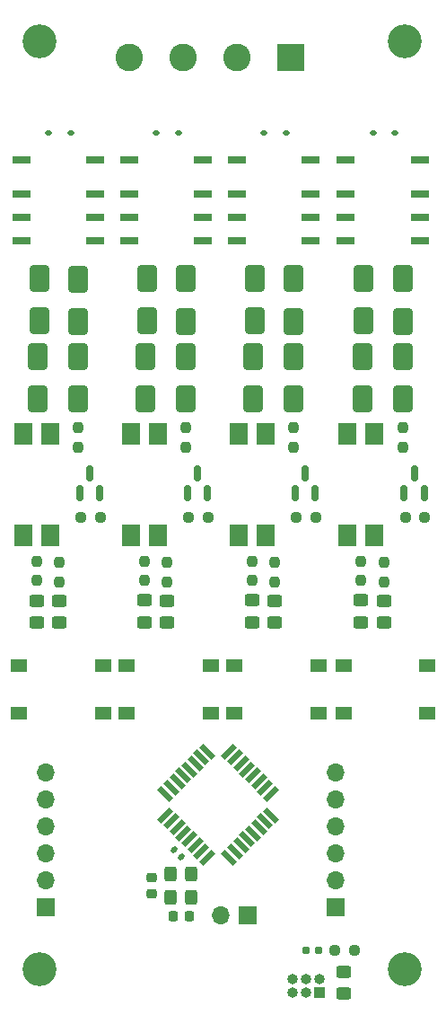
<source format=gbr>
%TF.GenerationSoftware,KiCad,Pcbnew,7.0.7*%
%TF.CreationDate,2024-01-28T22:13:11+01:00*%
%TF.ProjectId,relayTracker,72656c61-7954-4726-9163-6b65722e6b69,rev?*%
%TF.SameCoordinates,Original*%
%TF.FileFunction,Soldermask,Top*%
%TF.FilePolarity,Negative*%
%FSLAX46Y46*%
G04 Gerber Fmt 4.6, Leading zero omitted, Abs format (unit mm)*
G04 Created by KiCad (PCBNEW 7.0.7) date 2024-01-28 22:13:11*
%MOMM*%
%LPD*%
G01*
G04 APERTURE LIST*
G04 Aperture macros list*
%AMRoundRect*
0 Rectangle with rounded corners*
0 $1 Rounding radius*
0 $2 $3 $4 $5 $6 $7 $8 $9 X,Y pos of 4 corners*
0 Add a 4 corners polygon primitive as box body*
4,1,4,$2,$3,$4,$5,$6,$7,$8,$9,$2,$3,0*
0 Add four circle primitives for the rounded corners*
1,1,$1+$1,$2,$3*
1,1,$1+$1,$4,$5*
1,1,$1+$1,$6,$7*
1,1,$1+$1,$8,$9*
0 Add four rect primitives between the rounded corners*
20,1,$1+$1,$2,$3,$4,$5,0*
20,1,$1+$1,$4,$5,$6,$7,0*
20,1,$1+$1,$6,$7,$8,$9,0*
20,1,$1+$1,$8,$9,$2,$3,0*%
%AMRotRect*
0 Rectangle, with rotation*
0 The origin of the aperture is its center*
0 $1 length*
0 $2 width*
0 $3 Rotation angle, in degrees counterclockwise*
0 Add horizontal line*
21,1,$1,$2,0,0,$3*%
G04 Aperture macros list end*
%ADD10RoundRect,0.237500X-0.237500X0.250000X-0.237500X-0.250000X0.237500X-0.250000X0.237500X0.250000X0*%
%ADD11RoundRect,0.250000X0.650000X-1.000000X0.650000X1.000000X-0.650000X1.000000X-0.650000X-1.000000X0*%
%ADD12RoundRect,0.250000X-0.650000X1.000000X-0.650000X-1.000000X0.650000X-1.000000X0.650000X1.000000X0*%
%ADD13R,1.800000X0.800000*%
%ADD14RoundRect,0.250000X0.450000X-0.325000X0.450000X0.325000X-0.450000X0.325000X-0.450000X-0.325000X0*%
%ADD15RoundRect,0.112500X-0.187500X-0.112500X0.187500X-0.112500X0.187500X0.112500X-0.187500X0.112500X0*%
%ADD16R,1.550000X1.300000*%
%ADD17R,1.000000X1.000000*%
%ADD18O,1.000000X1.000000*%
%ADD19RotRect,1.600000X0.550000X45.000000*%
%ADD20RotRect,1.600000X0.550000X135.000000*%
%ADD21RoundRect,0.160000X-0.197500X-0.160000X0.197500X-0.160000X0.197500X0.160000X-0.197500X0.160000X0*%
%ADD22R,1.780000X2.000000*%
%ADD23R,1.700000X1.700000*%
%ADD24O,1.700000X1.700000*%
%ADD25RoundRect,0.237500X0.250000X0.237500X-0.250000X0.237500X-0.250000X-0.237500X0.250000X-0.237500X0*%
%ADD26RoundRect,0.150000X0.150000X-0.587500X0.150000X0.587500X-0.150000X0.587500X-0.150000X-0.587500X0*%
%ADD27C,3.200000*%
%ADD28RoundRect,0.225000X0.250000X-0.225000X0.250000X0.225000X-0.250000X0.225000X-0.250000X-0.225000X0*%
%ADD29RoundRect,0.300000X-0.300000X0.400000X-0.300000X-0.400000X0.300000X-0.400000X0.300000X0.400000X0*%
%ADD30RoundRect,0.225000X-0.225000X-0.250000X0.225000X-0.250000X0.225000X0.250000X-0.225000X0.250000X0*%
%ADD31R,2.600000X2.600000*%
%ADD32C,2.600000*%
%ADD33RoundRect,0.140000X0.219203X0.021213X0.021213X0.219203X-0.219203X-0.021213X-0.021213X-0.219203X0*%
%ADD34RoundRect,0.237500X-0.250000X-0.237500X0.250000X-0.237500X0.250000X0.237500X-0.250000X0.237500X0*%
G04 APERTURE END LIST*
D10*
%TO.C,R304*%
X96427817Y-63148500D03*
X96427817Y-64973500D03*
%TD*%
D11*
%TO.C,D503*%
X104654817Y-40354000D03*
X104654817Y-36354000D03*
%TD*%
D12*
%TO.C,D705*%
X128784817Y-36386000D03*
X128784817Y-40386000D03*
%TD*%
D13*
%TO.C,K701*%
X123407817Y-25199000D03*
X123407817Y-28399000D03*
X123407817Y-30599000D03*
X123407817Y-32799000D03*
X130407817Y-32799000D03*
X130407817Y-30599000D03*
X130407817Y-28399000D03*
X130407817Y-25199000D03*
%TD*%
D14*
%TO.C,D607*%
X116747817Y-68759000D03*
X116747817Y-66709000D03*
%TD*%
D12*
%TO.C,D305*%
X98177817Y-36396000D03*
X98177817Y-40396000D03*
%TD*%
D15*
%TO.C,D602*%
X115697817Y-22649000D03*
X117797817Y-22649000D03*
%TD*%
D10*
%TO.C,R603*%
X118525817Y-50438500D03*
X118525817Y-52263500D03*
%TD*%
D12*
%TO.C,D505*%
X108337817Y-36386000D03*
X108337817Y-40386000D03*
%TD*%
D16*
%TO.C,SW501*%
X102743000Y-72843000D03*
X110693000Y-72843000D03*
X102743000Y-77343000D03*
X110693000Y-77343000D03*
%TD*%
D17*
%TO.C,U201*%
X120909000Y-103642000D03*
D18*
X120909000Y-102372000D03*
X119639000Y-103642000D03*
X119639000Y-102372000D03*
X118369000Y-103642000D03*
X118369000Y-102372000D03*
%TD*%
D10*
%TO.C,R504*%
X106587817Y-63138500D03*
X106587817Y-64963500D03*
%TD*%
D13*
%TO.C,K301*%
X92800817Y-25209000D03*
X92800817Y-28409000D03*
X92800817Y-30609000D03*
X92800817Y-32809000D03*
X99800817Y-32809000D03*
X99800817Y-30609000D03*
X99800817Y-28409000D03*
X99800817Y-25209000D03*
%TD*%
%TO.C,K501*%
X102960817Y-25199000D03*
X102960817Y-28399000D03*
X102960817Y-30599000D03*
X102960817Y-32799000D03*
X109960817Y-32799000D03*
X109960817Y-30599000D03*
X109960817Y-28399000D03*
X109960817Y-25199000D03*
%TD*%
D19*
%TO.C,U202*%
X106396221Y-86960573D03*
X106961907Y-87526258D03*
X107527592Y-88091944D03*
X108093277Y-88657629D03*
X108658963Y-89223315D03*
X109224648Y-89789000D03*
X109790334Y-90354685D03*
X110356019Y-90920371D03*
D20*
X112406629Y-90920371D03*
X112972314Y-90354685D03*
X113538000Y-89789000D03*
X114103685Y-89223315D03*
X114669371Y-88657629D03*
X115235056Y-88091944D03*
X115800741Y-87526258D03*
X116366427Y-86960573D03*
D19*
X116366427Y-84909963D03*
X115800741Y-84344278D03*
X115235056Y-83778592D03*
X114669371Y-83212907D03*
X114103685Y-82647221D03*
X113538000Y-82081536D03*
X112972314Y-81515851D03*
X112406629Y-80950165D03*
D20*
X110356019Y-80950165D03*
X109790334Y-81515851D03*
X109224648Y-82081536D03*
X108658963Y-82647221D03*
X108093277Y-83212907D03*
X107527592Y-83778592D03*
X106961907Y-84344278D03*
X106396221Y-84909963D03*
%TD*%
D12*
%TO.C,D606*%
X118497817Y-43720000D03*
X118497817Y-47720000D03*
%TD*%
D10*
%TO.C,R301*%
X94268817Y-63012500D03*
X94268817Y-64837500D03*
%TD*%
%TO.C,R503*%
X108365817Y-50438500D03*
X108365817Y-52263500D03*
%TD*%
D16*
%TO.C,SW601*%
X112903000Y-72843000D03*
X120853000Y-72843000D03*
X112903000Y-77343000D03*
X120853000Y-77343000D03*
%TD*%
D11*
%TO.C,D703*%
X125101817Y-40354000D03*
X125101817Y-36354000D03*
%TD*%
D15*
%TO.C,D302*%
X95377817Y-22659000D03*
X97477817Y-22659000D03*
%TD*%
D11*
%TO.C,D304*%
X94367817Y-47730000D03*
X94367817Y-43730000D03*
%TD*%
D10*
%TO.C,R604*%
X116747817Y-63138500D03*
X116747817Y-64963500D03*
%TD*%
D12*
%TO.C,D605*%
X118497817Y-36386000D03*
X118497817Y-40386000D03*
%TD*%
D14*
%TO.C,D707*%
X127034817Y-68759000D03*
X127034817Y-66709000D03*
%TD*%
D10*
%TO.C,R704*%
X127034817Y-63138500D03*
X127034817Y-64963500D03*
%TD*%
D11*
%TO.C,D603*%
X114814817Y-40354000D03*
X114814817Y-36354000D03*
%TD*%
D16*
%TO.C,SW701*%
X123190000Y-72843000D03*
X131140000Y-72843000D03*
X123190000Y-77343000D03*
X131140000Y-77343000D03*
%TD*%
D21*
%TO.C,R202*%
X119676500Y-99705000D03*
X120871500Y-99705000D03*
%TD*%
D22*
%TO.C,U701*%
X126145817Y-51031000D03*
X123605817Y-51031000D03*
X123605817Y-60561000D03*
X126145817Y-60561000D03*
%TD*%
D23*
%TO.C,J402*%
X114173000Y-96393000D03*
D24*
X111633000Y-96393000D03*
%TD*%
D11*
%TO.C,D604*%
X114687817Y-47720000D03*
X114687817Y-43720000D03*
%TD*%
D14*
%TO.C,D307*%
X96427817Y-68769000D03*
X96427817Y-66719000D03*
%TD*%
D10*
%TO.C,R703*%
X128812817Y-50438500D03*
X128812817Y-52263500D03*
%TD*%
D14*
%TO.C,D601*%
X114588817Y-68750000D03*
X114588817Y-66700000D03*
%TD*%
D25*
%TO.C,R602*%
X120581317Y-58844000D03*
X118756317Y-58844000D03*
%TD*%
D11*
%TO.C,D303*%
X94494817Y-40364000D03*
X94494817Y-36364000D03*
%TD*%
D10*
%TO.C,R701*%
X124875817Y-63002500D03*
X124875817Y-64827500D03*
%TD*%
D12*
%TO.C,D706*%
X128784817Y-43720000D03*
X128784817Y-47720000D03*
%TD*%
D22*
%TO.C,U501*%
X105698817Y-51031000D03*
X103158817Y-51031000D03*
X103158817Y-60561000D03*
X105698817Y-60561000D03*
%TD*%
D26*
%TO.C,Q701*%
X128944817Y-56558000D03*
X130844817Y-56558000D03*
X129894817Y-54683000D03*
%TD*%
D12*
%TO.C,D506*%
X108337817Y-43720000D03*
X108337817Y-47720000D03*
%TD*%
D26*
%TO.C,Q501*%
X108497817Y-56558000D03*
X110397817Y-56558000D03*
X109447817Y-54683000D03*
%TD*%
D27*
%TO.C,REF\u002A\u002A*%
X94500000Y-14000000D03*
%TD*%
D13*
%TO.C,K601*%
X113120817Y-25199000D03*
X113120817Y-28399000D03*
X113120817Y-30599000D03*
X113120817Y-32799000D03*
X120120817Y-32799000D03*
X120120817Y-30599000D03*
X120120817Y-28399000D03*
X120120817Y-25199000D03*
%TD*%
D15*
%TO.C,D702*%
X125984817Y-22649000D03*
X128084817Y-22649000D03*
%TD*%
D25*
%TO.C,R702*%
X130868317Y-58844000D03*
X129043317Y-58844000D03*
%TD*%
D12*
%TO.C,D306*%
X98177817Y-43730000D03*
X98177817Y-47730000D03*
%TD*%
D27*
%TO.C,REF\u002A\u002A*%
X94500000Y-101500000D03*
%TD*%
D26*
%TO.C,Q601*%
X118657817Y-56558000D03*
X120557817Y-56558000D03*
X119607817Y-54683000D03*
%TD*%
D25*
%TO.C,R502*%
X110421317Y-58844000D03*
X108596317Y-58844000D03*
%TD*%
D15*
%TO.C,D502*%
X105537817Y-22649000D03*
X107637817Y-22649000D03*
%TD*%
D28*
%TO.C,C201*%
X105149324Y-94340268D03*
X105149324Y-92790268D03*
%TD*%
D25*
%TO.C,R302*%
X100261317Y-58854000D03*
X98436317Y-58854000D03*
%TD*%
D10*
%TO.C,R501*%
X104428817Y-63002500D03*
X104428817Y-64827500D03*
%TD*%
%TO.C,R303*%
X98205817Y-50448500D03*
X98205817Y-52273500D03*
%TD*%
D11*
%TO.C,D704*%
X124974817Y-47720000D03*
X124974817Y-43720000D03*
%TD*%
D14*
%TO.C,D301*%
X94268817Y-68760000D03*
X94268817Y-66710000D03*
%TD*%
D26*
%TO.C,Q301*%
X98337817Y-56568000D03*
X100237817Y-56568000D03*
X99287817Y-54693000D03*
%TD*%
D14*
%TO.C,D701*%
X124875817Y-68750000D03*
X124875817Y-66700000D03*
%TD*%
D29*
%TO.C,Y201*%
X106900324Y-92508268D03*
X106900324Y-94708268D03*
X108800324Y-94708268D03*
X108800324Y-92508268D03*
%TD*%
D10*
%TO.C,R601*%
X114588817Y-63002500D03*
X114588817Y-64827500D03*
%TD*%
D23*
%TO.C,J401*%
X95123000Y-95631000D03*
D24*
X95123000Y-93091000D03*
X95123000Y-90551000D03*
X95123000Y-88011000D03*
X95123000Y-85471000D03*
X95123000Y-82931000D03*
%TD*%
D30*
%TO.C,C203*%
X107136324Y-96486268D03*
X108686324Y-96486268D03*
%TD*%
D16*
%TO.C,SW301*%
X92583000Y-72853000D03*
X100533000Y-72853000D03*
X92583000Y-77353000D03*
X100533000Y-77353000D03*
%TD*%
D22*
%TO.C,U301*%
X95538817Y-51041000D03*
X92998817Y-51041000D03*
X92998817Y-60571000D03*
X95538817Y-60571000D03*
%TD*%
D31*
%TO.C,J101*%
X118240000Y-15500000D03*
D32*
X113160000Y-15500000D03*
X108080000Y-15500000D03*
X103000000Y-15500000D03*
%TD*%
D33*
%TO.C,C202*%
X107911324Y-90898268D03*
X107232502Y-90219446D03*
%TD*%
D23*
%TO.C,J403*%
X122428000Y-95631000D03*
D24*
X122428000Y-93091000D03*
X122428000Y-90551000D03*
X122428000Y-88011000D03*
X122428000Y-85471000D03*
X122428000Y-82931000D03*
%TD*%
D22*
%TO.C,U601*%
X115858817Y-51031000D03*
X113318817Y-51031000D03*
X113318817Y-60561000D03*
X115858817Y-60561000D03*
%TD*%
D14*
%TO.C,D507*%
X106587817Y-68759000D03*
X106587817Y-66709000D03*
%TD*%
D27*
%TO.C,REF\u002A\u002A*%
X129000000Y-14000000D03*
%TD*%
D14*
%TO.C,D501*%
X104428817Y-68750000D03*
X104428817Y-66700000D03*
%TD*%
%TO.C,D201*%
X123231000Y-103751500D03*
X123231000Y-101701500D03*
%TD*%
D11*
%TO.C,D504*%
X104527817Y-47720000D03*
X104527817Y-43720000D03*
%TD*%
D34*
%TO.C,R201*%
X122404500Y-99695000D03*
X124229500Y-99695000D03*
%TD*%
D27*
%TO.C,REF\u002A\u002A*%
X129000000Y-101500000D03*
%TD*%
M02*

</source>
